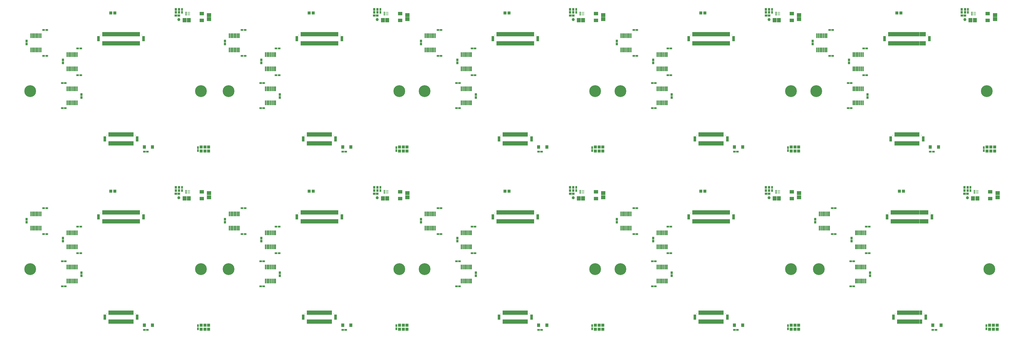
<source format=gbs>
%MOIN*%
%OFA0B0*%
%FSLAX23Y23*%
%IPPOS*%
%LPD*%
%ADD19C,0.04737*%
%ADD20R,0.039499999999999993X0.03162*%
%ADD21C,0.008*%
%ADD22C,0.18517*%
%ADD46R,0.01981X0.07099*%
%ADD47R,0.039499999999999993X0.078869999999999982*%
%ADD48R,0.06706X0.05918*%
%ADD49R,0.06706X0.05524*%
%ADD50R,0.03556X0.039499999999999993*%
%ADD51R,0.03931X0.00781*%
%ADD52R,0.02762X0.01384*%
%ADD53R,0.04737X0.04737*%
%ADD54R,0.0454X0.05603*%
%ADD55R,0.022X0.074*%
%ADD56R,0.04737X0.04737*%
%ADD57R,0.05918X0.06706*%
%ADD58R,0.03162X0.039499999999999993*%
%ADD59R,0.039499999999999993X0.03556*%
%ADD70C,0.04737*%
%ADD71R,0.039499999999999993X0.03162*%
%ADD72C,0.008*%
%ADD73C,0.18517*%
%ADD74R,0.01981X0.07099*%
%ADD75R,0.039499999999999993X0.078869999999999982*%
%ADD76R,0.06706X0.05918*%
%ADD77R,0.06706X0.05524*%
%ADD78R,0.03556X0.039499999999999993*%
%ADD79R,0.03931X0.00781*%
%ADD80R,0.02762X0.01384*%
%ADD81R,0.04737X0.04737*%
%ADD82R,0.0454X0.05603*%
%ADD83R,0.022X0.074*%
%ADD84R,0.04737X0.04737*%
%ADD85R,0.05918X0.06706*%
%ADD86R,0.03162X0.039499999999999993*%
%ADD87R,0.039499999999999993X0.03556*%
%ADD88C,0.04737*%
%ADD89R,0.039499999999999993X0.03162*%
%ADD90C,0.008*%
%ADD91C,0.18517*%
%ADD92R,0.01981X0.07099*%
%ADD93R,0.039499999999999993X0.078869999999999982*%
%ADD94R,0.06706X0.05918*%
%ADD95R,0.06706X0.05524*%
%ADD96R,0.03556X0.039499999999999993*%
%ADD97R,0.03931X0.00781*%
%ADD98R,0.02762X0.01384*%
%ADD99R,0.04737X0.04737*%
%ADD100R,0.0454X0.05603*%
%ADD101R,0.022X0.074*%
%ADD102R,0.04737X0.04737*%
%ADD103R,0.05918X0.06706*%
%ADD104R,0.03162X0.039499999999999993*%
%ADD105R,0.039499999999999993X0.03556*%
%ADD106C,0.04737*%
%ADD107R,0.039499999999999993X0.03162*%
%ADD108C,0.008*%
%ADD109C,0.18517*%
%ADD110R,0.01981X0.07099*%
%ADD111R,0.039499999999999993X0.078869999999999982*%
%ADD112R,0.06706X0.05918*%
%ADD113R,0.06706X0.05524*%
%ADD114R,0.03556X0.039499999999999993*%
%ADD115R,0.03931X0.00781*%
%ADD116R,0.02762X0.01384*%
%ADD117R,0.04737X0.04737*%
%ADD118R,0.0454X0.05603*%
%ADD119R,0.022X0.074*%
%ADD120R,0.04737X0.04737*%
%ADD121R,0.05918X0.06706*%
%ADD122R,0.03162X0.039499999999999993*%
%ADD123R,0.039499999999999993X0.03556*%
%ADD124C,0.04737*%
%ADD125R,0.039499999999999993X0.03162*%
%ADD126C,0.008*%
%ADD127C,0.18517*%
%ADD128R,0.01981X0.07099*%
%ADD129R,0.039499999999999993X0.078869999999999982*%
%ADD130R,0.06706X0.05918*%
%ADD131R,0.06706X0.05524*%
%ADD132R,0.03556X0.039499999999999993*%
%ADD133R,0.03931X0.00781*%
%ADD134R,0.02762X0.01384*%
%ADD135R,0.04737X0.04737*%
%ADD136R,0.0454X0.05603*%
%ADD137R,0.022X0.074*%
%ADD138R,0.04737X0.04737*%
%ADD139R,0.05918X0.06706*%
%ADD140R,0.03162X0.039499999999999993*%
%ADD141R,0.039499999999999993X0.03556*%
%ADD142C,0.04737*%
%ADD143R,0.039499999999999993X0.03162*%
%ADD144C,0.008*%
%ADD145C,0.18517*%
%ADD146R,0.01981X0.07099*%
%ADD147R,0.039499999999999993X0.078869999999999982*%
%ADD148R,0.06706X0.05918*%
%ADD149R,0.06706X0.05524*%
%ADD150R,0.03556X0.039499999999999993*%
%ADD151R,0.03931X0.00781*%
%ADD152R,0.02762X0.01384*%
%ADD153R,0.04737X0.04737*%
%ADD154R,0.0454X0.05603*%
%ADD155R,0.022X0.074*%
%ADD156R,0.04737X0.04737*%
%ADD157R,0.05918X0.06706*%
%ADD158R,0.03162X0.039499999999999993*%
%ADD159R,0.039499999999999993X0.03556*%
%ADD160C,0.04737*%
%ADD161R,0.039499999999999993X0.03162*%
%ADD162C,0.008*%
%ADD163C,0.18517*%
%ADD164R,0.01981X0.07099*%
%ADD165R,0.039499999999999993X0.078869999999999982*%
%ADD166R,0.06706X0.05918*%
%ADD167R,0.06706X0.05524*%
%ADD168R,0.03556X0.039499999999999993*%
%ADD169R,0.03931X0.00781*%
%ADD170R,0.02762X0.01384*%
%ADD171R,0.04737X0.04737*%
%ADD172R,0.0454X0.05603*%
%ADD173R,0.022X0.074*%
%ADD174R,0.04737X0.04737*%
%ADD175R,0.05918X0.06706*%
%ADD176R,0.03162X0.039499999999999993*%
%ADD177R,0.039499999999999993X0.03556*%
%ADD178C,0.04737*%
%ADD179R,0.039499999999999993X0.03162*%
%ADD180C,0.008*%
%ADD181C,0.18517*%
%ADD182R,0.01981X0.07099*%
%ADD183R,0.039499999999999993X0.078869999999999982*%
%ADD184R,0.06706X0.05918*%
%ADD185R,0.06706X0.05524*%
%ADD186R,0.03556X0.039499999999999993*%
%ADD187R,0.03931X0.00781*%
%ADD188R,0.02762X0.01384*%
%ADD189R,0.04737X0.04737*%
%ADD190R,0.0454X0.05603*%
%ADD191R,0.022X0.074*%
%ADD192R,0.04737X0.04737*%
%ADD193R,0.05918X0.06706*%
%ADD194R,0.03162X0.039499999999999993*%
%ADD195R,0.039499999999999993X0.03556*%
%ADD196C,0.04737*%
%ADD197R,0.039499999999999993X0.03162*%
%ADD198C,0.008*%
%ADD199C,0.18517*%
%ADD200R,0.01981X0.07099*%
%ADD201R,0.039499999999999993X0.078869999999999982*%
%ADD202R,0.06706X0.05918*%
%ADD203R,0.06706X0.05524*%
%ADD204R,0.03556X0.039499999999999993*%
%ADD205R,0.03931X0.00781*%
%ADD206R,0.02762X0.01384*%
%ADD207R,0.04737X0.04737*%
%ADD208R,0.0454X0.05603*%
%ADD209R,0.022X0.074*%
%ADD210R,0.04737X0.04737*%
%ADD211R,0.05918X0.06706*%
%ADD212R,0.03162X0.039499999999999993*%
%ADD213R,0.039499999999999993X0.03556*%
%ADD214C,0.04737*%
%ADD215R,0.039499999999999993X0.03162*%
%ADD216C,0.008*%
%ADD217C,0.18517*%
%ADD218R,0.01981X0.07099*%
%ADD219R,0.039499999999999993X0.078869999999999982*%
%ADD220R,0.06706X0.05918*%
%ADD221R,0.06706X0.05524*%
%ADD222R,0.03556X0.039499999999999993*%
%ADD223R,0.03931X0.00781*%
%ADD224R,0.02762X0.01384*%
%ADD225R,0.04737X0.04737*%
%ADD226R,0.0454X0.05603*%
%ADD227R,0.022X0.074*%
%ADD228R,0.04737X0.04737*%
%ADD229R,0.05918X0.06706*%
%ADD230R,0.03162X0.039499999999999993*%
%ADD231R,0.039499999999999993X0.03556*%
G54D19*
X01811Y01141D02*
X02947Y02956D03*
G54D20*
X02452Y00882D03*
X02405Y00882D03*
X01408Y02085D03*
X01360Y02085D03*
X00874Y02386D03*
X00827Y02386D03*
X01118Y01566D03*
X01165Y01566D03*
X01118Y01961D03*
X01165Y01961D03*
X01408Y02502D03*
X01360Y02502D03*
X00874Y02793D03*
X00827Y02793D03*
G54D21*
X02366Y02715D03*
X01713Y02715D03*
X01811Y01141D03*
X02267Y01141D03*
G54D22*
X00617Y01835D03*
X03291Y01835D03*
G54D46*
X02324Y02727D03*
X02305Y02727D03*
X02285Y02727D03*
X02265Y02727D03*
X02246Y02727D03*
X02226Y02727D03*
X02206Y02727D03*
X02186Y02727D03*
X02127Y02727D03*
X02108Y02727D03*
X02088Y02727D03*
X02068Y02727D03*
X02049Y02727D03*
X02029Y02727D03*
X01970Y02727D03*
X01950Y02727D03*
X01931Y02727D03*
X01911Y02727D03*
X01891Y02727D03*
X01872Y02727D03*
X01852Y02727D03*
X01832Y02727D03*
X01812Y02727D03*
X01794Y02727D03*
X01774Y02727D03*
X02324Y02585D03*
X02305Y02585D03*
X02285Y02585D03*
X02265Y02585D03*
X02246Y02585D03*
X02226Y02585D03*
X02206Y02585D03*
X02186Y02585D03*
X02167Y02585D03*
X02147Y02585D03*
X02127Y02585D03*
X02108Y02585D03*
X02088Y02585D03*
X02068Y02585D03*
X02049Y02585D03*
X02029Y02585D03*
X02009Y02585D03*
X01990Y02585D03*
X01970Y02585D03*
X01950Y02585D03*
X01931Y02585D03*
X01911Y02585D03*
X01891Y02585D03*
X01872Y02585D03*
X01852Y02585D03*
X01832Y02585D03*
X01812Y02585D03*
X01794Y02585D03*
X01774Y02585D03*
X01754Y02585D03*
X01754Y02727D03*
X02167Y02727D03*
X02147Y02727D03*
X02009Y02727D03*
X01990Y02727D03*
X01852Y01152D03*
X01852Y01012D03*
X01872Y01012D03*
X01891Y01012D03*
X01911Y01012D03*
X01931Y01012D03*
X01950Y01012D03*
X01970Y01012D03*
X01990Y01012D03*
X02009Y01012D03*
X02029Y01012D03*
X02049Y01012D03*
X02068Y01012D03*
X02088Y01012D03*
X02108Y01012D03*
X02127Y01012D03*
X02147Y01012D03*
X02167Y01012D03*
X02186Y01012D03*
X02206Y01012D03*
X02226Y01012D03*
X01872Y01152D03*
X01891Y01152D03*
X01911Y01152D03*
X01931Y01152D03*
X01950Y01152D03*
X01970Y01152D03*
X01990Y01152D03*
X02009Y01152D03*
X02029Y01152D03*
X02049Y01152D03*
X02068Y01152D03*
X02088Y01152D03*
X02108Y01152D03*
X02127Y01152D03*
X02147Y01152D03*
X02167Y01152D03*
X02186Y01152D03*
X02206Y01152D03*
X02226Y01152D03*
G54D47*
X01687Y02656D03*
X02391Y02656D03*
X02293Y01082D03*
X01786Y01082D03*
G54D48*
X03418Y03029D03*
X03418Y02962D03*
G54D49*
X03304Y02943D03*
X03304Y03049D03*
G54D50*
X02899Y03071D03*
X02899Y03118D03*
X01420Y01732D03*
X01420Y01779D03*
X01130Y02277D03*
X01130Y02324D03*
X00560Y02574D03*
X00560Y02621D03*
X02949Y03071D03*
X02949Y03118D03*
G54D51*
X03101Y03031D03*
X03101Y03051D03*
X03101Y03071D03*
G54D52*
X03058Y03071D03*
X03058Y03051D03*
X03058Y03031D03*
G54D53*
X03412Y00893D03*
X03412Y00956D03*
X03354Y00956D03*
X03354Y00893D03*
X03294Y00956D03*
X03294Y00893D03*
G54D54*
X02533Y00957D03*
X02404Y00957D03*
G54D55*
X01196Y01871D03*
X01221Y01871D03*
X01247Y01871D03*
X01272Y01871D03*
X01298Y01871D03*
X01323Y01871D03*
X01348Y01871D03*
X01348Y01649D03*
X01323Y01649D03*
X01298Y01649D03*
X01272Y01649D03*
X01247Y01649D03*
X01221Y01649D03*
X01196Y01649D03*
X01348Y02407D03*
X01323Y02407D03*
X01298Y02407D03*
X01272Y02407D03*
X01247Y02407D03*
X01221Y02407D03*
X01196Y02407D03*
X01196Y02185D03*
X01221Y02185D03*
X01247Y02185D03*
X01272Y02185D03*
X01298Y02185D03*
X01323Y02185D03*
X01348Y02185D03*
X00781Y02702D03*
X00756Y02702D03*
X00730Y02702D03*
X00704Y02702D03*
X00679Y02702D03*
X00654Y02702D03*
X00628Y02702D03*
X00628Y02480D03*
X00654Y02480D03*
X00679Y02480D03*
X00704Y02480D03*
X00730Y02480D03*
X00756Y02480D03*
X00781Y02480D03*
G54D56*
X01879Y03059D03*
X01942Y03059D03*
G54D57*
X03102Y02946D03*
X03035Y02946D03*
G54D58*
X02994Y03118D03*
X02994Y03071D03*
X03244Y00948D03*
X03244Y00900D03*
G54D59*
X02900Y03021D03*
X02947Y03021D03*
G04 next file*
D70*
X01811Y03937D02*
X02947Y05752D03*
D71*
X02452Y03678D03*
X02405Y03678D03*
X01408Y04881D03*
X01360Y04881D03*
X00874Y05182D03*
X00827Y05182D03*
X01118Y04362D03*
X01165Y04362D03*
X01118Y04757D03*
X01165Y04757D03*
X01408Y05298D03*
X01360Y05298D03*
X00874Y05590D03*
X00827Y05590D03*
D72*
X02366Y05511D03*
X01713Y05511D03*
X01811Y03937D03*
X02267Y03937D03*
D73*
X00617Y04631D03*
X03291Y04631D03*
D74*
X02324Y05522D03*
X02305Y05522D03*
X02285Y05522D03*
X02265Y05522D03*
X02246Y05522D03*
X02226Y05522D03*
X02206Y05522D03*
X02186Y05522D03*
X02127Y05522D03*
X02108Y05522D03*
X02088Y05522D03*
X02068Y05522D03*
X02049Y05522D03*
X02029Y05522D03*
X01970Y05522D03*
X01950Y05522D03*
X01931Y05522D03*
X01911Y05522D03*
X01891Y05522D03*
X01872Y05522D03*
X01852Y05522D03*
X01832Y05522D03*
X01812Y05522D03*
X01794Y05522D03*
X01774Y05522D03*
X02324Y05381D03*
X02305Y05381D03*
X02285Y05381D03*
X02265Y05381D03*
X02246Y05381D03*
X02226Y05381D03*
X02206Y05381D03*
X02186Y05381D03*
X02167Y05381D03*
X02147Y05381D03*
X02127Y05381D03*
X02108Y05381D03*
X02088Y05381D03*
X02068Y05381D03*
X02049Y05381D03*
X02029Y05381D03*
X02009Y05381D03*
X01990Y05381D03*
X01970Y05381D03*
X01950Y05381D03*
X01931Y05381D03*
X01911Y05381D03*
X01891Y05381D03*
X01872Y05381D03*
X01852Y05381D03*
X01832Y05381D03*
X01812Y05381D03*
X01794Y05381D03*
X01774Y05381D03*
X01754Y05381D03*
X01754Y05522D03*
X02167Y05522D03*
X02147Y05522D03*
X02009Y05522D03*
X01990Y05522D03*
X01852Y03948D03*
X01852Y03808D03*
X01872Y03808D03*
X01891Y03808D03*
X01911Y03808D03*
X01931Y03808D03*
X01950Y03808D03*
X01970Y03808D03*
X01990Y03808D03*
X02009Y03808D03*
X02029Y03808D03*
X02049Y03808D03*
X02068Y03808D03*
X02088Y03808D03*
X02108Y03808D03*
X02127Y03808D03*
X02147Y03808D03*
X02167Y03808D03*
X02186Y03808D03*
X02206Y03808D03*
X02226Y03808D03*
X01872Y03948D03*
X01891Y03948D03*
X01911Y03948D03*
X01931Y03948D03*
X01950Y03948D03*
X01970Y03948D03*
X01990Y03948D03*
X02009Y03948D03*
X02029Y03948D03*
X02049Y03948D03*
X02068Y03948D03*
X02088Y03948D03*
X02108Y03948D03*
X02127Y03948D03*
X02147Y03948D03*
X02167Y03948D03*
X02186Y03948D03*
X02206Y03948D03*
X02226Y03948D03*
D75*
X01687Y05452D03*
X02391Y05452D03*
X02293Y03878D03*
X01786Y03878D03*
D76*
X03418Y05824D03*
X03418Y05758D03*
D77*
X03304Y05739D03*
X03304Y05845D03*
D78*
X02899Y05867D03*
X02899Y05914D03*
X01420Y04528D03*
X01420Y04575D03*
X01130Y05073D03*
X01130Y05120D03*
X00560Y05370D03*
X00560Y05417D03*
X02949Y05867D03*
X02949Y05914D03*
D79*
X03101Y05827D03*
X03101Y05847D03*
X03101Y05867D03*
D80*
X03058Y05867D03*
X03058Y05847D03*
X03058Y05827D03*
D81*
X03412Y03689D03*
X03412Y03752D03*
X03354Y03752D03*
X03354Y03689D03*
X03294Y03752D03*
X03294Y03689D03*
D82*
X02533Y03753D03*
X02404Y03753D03*
D83*
X01196Y04667D03*
X01221Y04667D03*
X01247Y04667D03*
X01272Y04667D03*
X01298Y04667D03*
X01323Y04667D03*
X01348Y04667D03*
X01348Y04445D03*
X01323Y04445D03*
X01298Y04445D03*
X01272Y04445D03*
X01247Y04445D03*
X01221Y04445D03*
X01196Y04445D03*
X01348Y05203D03*
X01323Y05203D03*
X01298Y05203D03*
X01272Y05203D03*
X01247Y05203D03*
X01221Y05203D03*
X01196Y05203D03*
X01196Y04981D03*
X01221Y04981D03*
X01247Y04981D03*
X01272Y04981D03*
X01298Y04981D03*
X01323Y04981D03*
X01348Y04981D03*
X00781Y05498D03*
X00756Y05498D03*
X00730Y05498D03*
X00704Y05498D03*
X00679Y05498D03*
X00654Y05498D03*
X00628Y05498D03*
X00628Y05275D03*
X00654Y05275D03*
X00679Y05275D03*
X00704Y05275D03*
X00730Y05275D03*
X00756Y05275D03*
X00781Y05275D03*
D84*
X01879Y05855D03*
X01942Y05855D03*
D85*
X03102Y05742D03*
X03035Y05742D03*
D86*
X02994Y05914D03*
X02994Y05867D03*
X03244Y03744D03*
X03244Y03696D03*
D87*
X02900Y05817D03*
X02947Y05817D03*
G04 next file*
D88*
X04921Y03937D02*
X06057Y05752D03*
D89*
X05562Y03678D03*
X05515Y03678D03*
X04518Y04881D03*
X04470Y04881D03*
X03984Y05182D03*
X03937Y05182D03*
X04228Y04362D03*
X04275Y04362D03*
X04228Y04757D03*
X04275Y04757D03*
X04518Y05298D03*
X04470Y05298D03*
X03984Y05590D03*
X03937Y05590D03*
D90*
X05476Y05511D03*
X04823Y05511D03*
X04921Y03937D03*
X05377Y03937D03*
D91*
X03727Y04631D03*
X06401Y04631D03*
D92*
X05434Y05522D03*
X05415Y05522D03*
X05395Y05522D03*
X05375Y05522D03*
X05356Y05522D03*
X05336Y05522D03*
X05316Y05522D03*
X05295Y05522D03*
X05237Y05522D03*
X05218Y05522D03*
X05198Y05522D03*
X05178Y05522D03*
X05158Y05522D03*
X05139Y05522D03*
X05079Y05522D03*
X05060Y05522D03*
X05041Y05522D03*
X05021Y05522D03*
X05001Y05522D03*
X04982Y05522D03*
X04962Y05522D03*
X04942Y05522D03*
X04922Y05522D03*
X04904Y05522D03*
X04884Y05522D03*
X05434Y05381D03*
X05415Y05381D03*
X05395Y05381D03*
X05375Y05381D03*
X05356Y05381D03*
X05336Y05381D03*
X05316Y05381D03*
X05295Y05381D03*
X05277Y05381D03*
X05257Y05381D03*
X05237Y05381D03*
X05218Y05381D03*
X05198Y05381D03*
X05178Y05381D03*
X05158Y05381D03*
X05139Y05381D03*
X05119Y05381D03*
X05100Y05381D03*
X05079Y05381D03*
X05060Y05381D03*
X05041Y05381D03*
X05021Y05381D03*
X05001Y05381D03*
X04982Y05381D03*
X04962Y05381D03*
X04942Y05381D03*
X04922Y05381D03*
X04904Y05381D03*
X04884Y05381D03*
X04864Y05381D03*
X04864Y05522D03*
X05277Y05522D03*
X05257Y05522D03*
X05119Y05522D03*
X05100Y05522D03*
X04962Y03948D03*
X04962Y03808D03*
X04982Y03808D03*
X05001Y03808D03*
X05021Y03808D03*
X05041Y03808D03*
X05060Y03808D03*
X05079Y03808D03*
X05100Y03808D03*
X05119Y03808D03*
X05139Y03808D03*
X05158Y03808D03*
X05178Y03808D03*
X05198Y03808D03*
X05218Y03808D03*
X05237Y03808D03*
X05257Y03808D03*
X05277Y03808D03*
X05295Y03808D03*
X05316Y03808D03*
X05336Y03808D03*
X04982Y03948D03*
X05001Y03948D03*
X05021Y03948D03*
X05041Y03948D03*
X05060Y03948D03*
X05079Y03948D03*
X05100Y03948D03*
X05119Y03948D03*
X05139Y03948D03*
X05158Y03948D03*
X05178Y03948D03*
X05198Y03948D03*
X05218Y03948D03*
X05237Y03948D03*
X05257Y03948D03*
X05277Y03948D03*
X05295Y03948D03*
X05316Y03948D03*
X05336Y03948D03*
D93*
X04797Y05452D03*
X05501Y05452D03*
X05402Y03878D03*
X04896Y03878D03*
D94*
X06528Y05824D03*
X06528Y05758D03*
D95*
X06414Y05739D03*
X06414Y05845D03*
D96*
X06009Y05867D03*
X06009Y05914D03*
X04530Y04528D03*
X04530Y04575D03*
X04240Y05073D03*
X04240Y05120D03*
X03670Y05370D03*
X03670Y05417D03*
X06059Y05867D03*
X06059Y05914D03*
D97*
X06211Y05827D03*
X06211Y05847D03*
X06211Y05867D03*
D98*
X06168Y05867D03*
X06168Y05847D03*
X06168Y05827D03*
D99*
X06521Y03689D03*
X06521Y03752D03*
X06464Y03752D03*
X06464Y03689D03*
X06404Y03752D03*
X06404Y03689D03*
D100*
X05643Y03753D03*
X05514Y03753D03*
D101*
X04306Y04667D03*
X04331Y04667D03*
X04357Y04667D03*
X04382Y04667D03*
X04408Y04667D03*
X04434Y04667D03*
X04459Y04667D03*
X04459Y04445D03*
X04434Y04445D03*
X04408Y04445D03*
X04382Y04445D03*
X04357Y04445D03*
X04331Y04445D03*
X04306Y04445D03*
X04459Y05203D03*
X04434Y05203D03*
X04408Y05203D03*
X04382Y05203D03*
X04357Y05203D03*
X04331Y05203D03*
X04306Y05203D03*
X04306Y04981D03*
X04331Y04981D03*
X04357Y04981D03*
X04382Y04981D03*
X04408Y04981D03*
X04434Y04981D03*
X04459Y04981D03*
X03890Y05498D03*
X03866Y05498D03*
X03840Y05498D03*
X03815Y05498D03*
X03789Y05498D03*
X03764Y05498D03*
X03738Y05498D03*
X03738Y05275D03*
X03764Y05275D03*
X03789Y05275D03*
X03815Y05275D03*
X03840Y05275D03*
X03866Y05275D03*
X03890Y05275D03*
D102*
X04989Y05855D03*
X05052Y05855D03*
D103*
X06212Y05742D03*
X06145Y05742D03*
D104*
X06104Y05914D03*
X06104Y05867D03*
X06354Y03744D03*
X06354Y03696D03*
D105*
X06010Y05817D03*
X06057Y05817D03*
G04 next file*
D106*
X04921Y01141D02*
X06057Y02956D03*
D107*
X05562Y00882D03*
X05515Y00882D03*
X04518Y02085D03*
X04470Y02085D03*
X03984Y02386D03*
X03937Y02386D03*
X04228Y01566D03*
X04275Y01566D03*
X04228Y01961D03*
X04275Y01961D03*
X04518Y02502D03*
X04470Y02502D03*
X03984Y02793D03*
X03937Y02793D03*
D108*
X05476Y02715D03*
X04823Y02715D03*
X04921Y01141D03*
X05377Y01141D03*
D109*
X03727Y01835D03*
X06401Y01835D03*
D110*
X05434Y02727D03*
X05415Y02727D03*
X05395Y02727D03*
X05375Y02727D03*
X05356Y02727D03*
X05336Y02727D03*
X05316Y02727D03*
X05295Y02727D03*
X05237Y02727D03*
X05218Y02727D03*
X05198Y02727D03*
X05178Y02727D03*
X05158Y02727D03*
X05139Y02727D03*
X05079Y02727D03*
X05060Y02727D03*
X05041Y02727D03*
X05021Y02727D03*
X05001Y02727D03*
X04982Y02727D03*
X04962Y02727D03*
X04942Y02727D03*
X04922Y02727D03*
X04904Y02727D03*
X04884Y02727D03*
X05434Y02585D03*
X05415Y02585D03*
X05395Y02585D03*
X05375Y02585D03*
X05356Y02585D03*
X05336Y02585D03*
X05316Y02585D03*
X05295Y02585D03*
X05277Y02585D03*
X05257Y02585D03*
X05237Y02585D03*
X05218Y02585D03*
X05198Y02585D03*
X05178Y02585D03*
X05158Y02585D03*
X05139Y02585D03*
X05119Y02585D03*
X05100Y02585D03*
X05079Y02585D03*
X05060Y02585D03*
X05041Y02585D03*
X05021Y02585D03*
X05001Y02585D03*
X04982Y02585D03*
X04962Y02585D03*
X04942Y02585D03*
X04922Y02585D03*
X04904Y02585D03*
X04884Y02585D03*
X04864Y02585D03*
X04864Y02727D03*
X05277Y02727D03*
X05257Y02727D03*
X05119Y02727D03*
X05100Y02727D03*
X04962Y01152D03*
X04962Y01012D03*
X04982Y01012D03*
X05001Y01012D03*
X05021Y01012D03*
X05041Y01012D03*
X05060Y01012D03*
X05079Y01012D03*
X05100Y01012D03*
X05119Y01012D03*
X05139Y01012D03*
X05158Y01012D03*
X05178Y01012D03*
X05198Y01012D03*
X05218Y01012D03*
X05237Y01012D03*
X05257Y01012D03*
X05277Y01012D03*
X05295Y01012D03*
X05316Y01012D03*
X05336Y01012D03*
X04982Y01152D03*
X05001Y01152D03*
X05021Y01152D03*
X05041Y01152D03*
X05060Y01152D03*
X05079Y01152D03*
X05100Y01152D03*
X05119Y01152D03*
X05139Y01152D03*
X05158Y01152D03*
X05178Y01152D03*
X05198Y01152D03*
X05218Y01152D03*
X05237Y01152D03*
X05257Y01152D03*
X05277Y01152D03*
X05295Y01152D03*
X05316Y01152D03*
X05336Y01152D03*
D111*
X04797Y02656D03*
X05501Y02656D03*
X05402Y01082D03*
X04896Y01082D03*
D112*
X06528Y03029D03*
X06528Y02962D03*
D113*
X06414Y02943D03*
X06414Y03049D03*
D114*
X06009Y03071D03*
X06009Y03118D03*
X04530Y01732D03*
X04530Y01779D03*
X04240Y02277D03*
X04240Y02324D03*
X03670Y02574D03*
X03670Y02621D03*
X06059Y03071D03*
X06059Y03118D03*
D115*
X06211Y03031D03*
X06211Y03051D03*
X06211Y03071D03*
D116*
X06168Y03071D03*
X06168Y03051D03*
X06168Y03031D03*
D117*
X06521Y00893D03*
X06521Y00956D03*
X06464Y00956D03*
X06464Y00893D03*
X06404Y00956D03*
X06404Y00893D03*
D118*
X05643Y00957D03*
X05514Y00957D03*
D119*
X04306Y01871D03*
X04331Y01871D03*
X04357Y01871D03*
X04382Y01871D03*
X04408Y01871D03*
X04434Y01871D03*
X04459Y01871D03*
X04459Y01649D03*
X04434Y01649D03*
X04408Y01649D03*
X04382Y01649D03*
X04357Y01649D03*
X04331Y01649D03*
X04306Y01649D03*
X04459Y02407D03*
X04434Y02407D03*
X04408Y02407D03*
X04382Y02407D03*
X04357Y02407D03*
X04331Y02407D03*
X04306Y02407D03*
X04306Y02185D03*
X04331Y02185D03*
X04357Y02185D03*
X04382Y02185D03*
X04408Y02185D03*
X04434Y02185D03*
X04459Y02185D03*
X03890Y02702D03*
X03866Y02702D03*
X03840Y02702D03*
X03815Y02702D03*
X03789Y02702D03*
X03764Y02702D03*
X03738Y02702D03*
X03738Y02480D03*
X03764Y02480D03*
X03789Y02480D03*
X03815Y02480D03*
X03840Y02480D03*
X03866Y02480D03*
X03890Y02480D03*
D120*
X04989Y03059D03*
X05052Y03059D03*
D121*
X06212Y02946D03*
X06145Y02946D03*
D122*
X06104Y03118D03*
X06104Y03071D03*
X06354Y00948D03*
X06354Y00900D03*
D123*
X06010Y03021D03*
X06057Y03021D03*
G04 next file*
D124*
X07992Y03937D02*
X09128Y05752D03*
D125*
X08633Y03678D03*
X08586Y03678D03*
X07589Y04881D03*
X07541Y04881D03*
X07055Y05182D03*
X07008Y05182D03*
X07299Y04362D03*
X07345Y04362D03*
X07299Y04757D03*
X07345Y04757D03*
X07589Y05298D03*
X07541Y05298D03*
X07055Y05590D03*
X07008Y05590D03*
D126*
X08547Y05511D03*
X07894Y05511D03*
X07992Y03937D03*
X08448Y03937D03*
D127*
X06798Y04631D03*
X09472Y04631D03*
D128*
X08505Y05522D03*
X08486Y05522D03*
X08466Y05522D03*
X08446Y05522D03*
X08427Y05522D03*
X08407Y05522D03*
X08387Y05522D03*
X08367Y05522D03*
X08308Y05522D03*
X08289Y05522D03*
X08269Y05522D03*
X08249Y05522D03*
X08230Y05522D03*
X08210Y05522D03*
X08151Y05522D03*
X08131Y05522D03*
X08112Y05522D03*
X08092Y05522D03*
X08071Y05522D03*
X08053Y05522D03*
X08032Y05522D03*
X08013Y05522D03*
X07993Y05522D03*
X07975Y05522D03*
X07955Y05522D03*
X08505Y05381D03*
X08486Y05381D03*
X08466Y05381D03*
X08446Y05381D03*
X08427Y05381D03*
X08407Y05381D03*
X08387Y05381D03*
X08367Y05381D03*
X08348Y05381D03*
X08328Y05381D03*
X08308Y05381D03*
X08289Y05381D03*
X08269Y05381D03*
X08249Y05381D03*
X08230Y05381D03*
X08210Y05381D03*
X08189Y05381D03*
X08170Y05381D03*
X08151Y05381D03*
X08131Y05381D03*
X08112Y05381D03*
X08092Y05381D03*
X08071Y05381D03*
X08053Y05381D03*
X08032Y05381D03*
X08013Y05381D03*
X07993Y05381D03*
X07975Y05381D03*
X07955Y05381D03*
X07935Y05381D03*
X07935Y05522D03*
X08348Y05522D03*
X08328Y05522D03*
X08189Y05522D03*
X08170Y05522D03*
X08032Y03948D03*
X08032Y03808D03*
X08053Y03808D03*
X08071Y03808D03*
X08092Y03808D03*
X08112Y03808D03*
X08131Y03808D03*
X08151Y03808D03*
X08170Y03808D03*
X08189Y03808D03*
X08210Y03808D03*
X08230Y03808D03*
X08249Y03808D03*
X08269Y03808D03*
X08289Y03808D03*
X08308Y03808D03*
X08328Y03808D03*
X08348Y03808D03*
X08367Y03808D03*
X08387Y03808D03*
X08407Y03808D03*
X08053Y03948D03*
X08071Y03948D03*
X08092Y03948D03*
X08112Y03948D03*
X08131Y03948D03*
X08151Y03948D03*
X08170Y03948D03*
X08189Y03948D03*
X08210Y03948D03*
X08230Y03948D03*
X08249Y03948D03*
X08269Y03948D03*
X08289Y03948D03*
X08308Y03948D03*
X08328Y03948D03*
X08348Y03948D03*
X08367Y03948D03*
X08387Y03948D03*
X08407Y03948D03*
D129*
X07868Y05452D03*
X08572Y05452D03*
X08474Y03878D03*
X07967Y03878D03*
D130*
X09600Y05824D03*
X09600Y05758D03*
D131*
X09485Y05739D03*
X09485Y05845D03*
D132*
X09080Y05867D03*
X09080Y05914D03*
X07601Y04528D03*
X07601Y04575D03*
X07311Y05073D03*
X07311Y05120D03*
X06741Y05370D03*
X06741Y05417D03*
X09130Y05867D03*
X09130Y05914D03*
D133*
X09282Y05827D03*
X09282Y05847D03*
X09282Y05867D03*
D134*
X09239Y05867D03*
X09239Y05847D03*
X09239Y05827D03*
D135*
X09593Y03689D03*
X09593Y03752D03*
X09535Y03752D03*
X09535Y03689D03*
X09475Y03752D03*
X09475Y03689D03*
D136*
X08714Y03753D03*
X08585Y03753D03*
D137*
X07376Y04667D03*
X07402Y04667D03*
X07428Y04667D03*
X07453Y04667D03*
X07479Y04667D03*
X07505Y04667D03*
X07530Y04667D03*
X07530Y04445D03*
X07505Y04445D03*
X07479Y04445D03*
X07453Y04445D03*
X07428Y04445D03*
X07402Y04445D03*
X07376Y04445D03*
X07530Y05203D03*
X07505Y05203D03*
X07479Y05203D03*
X07453Y05203D03*
X07428Y05203D03*
X07402Y05203D03*
X07376Y05203D03*
X07376Y04981D03*
X07402Y04981D03*
X07428Y04981D03*
X07453Y04981D03*
X07479Y04981D03*
X07505Y04981D03*
X07530Y04981D03*
X06962Y05498D03*
X06937Y05498D03*
X06911Y05498D03*
X06885Y05498D03*
X06860Y05498D03*
X06835Y05498D03*
X06809Y05498D03*
X06809Y05275D03*
X06835Y05275D03*
X06860Y05275D03*
X06885Y05275D03*
X06911Y05275D03*
X06937Y05275D03*
X06962Y05275D03*
D138*
X08060Y05855D03*
X08122Y05855D03*
D139*
X09283Y05742D03*
X09216Y05742D03*
D140*
X09175Y05914D03*
X09175Y05867D03*
X09425Y03744D03*
X09425Y03696D03*
D141*
X09081Y05817D03*
X09128Y05817D03*
G04 next file*
D142*
X11062Y03937D02*
X12198Y05752D03*
D143*
X11703Y03678D03*
X11656Y03678D03*
X10659Y04881D03*
X10611Y04881D03*
X10125Y05182D03*
X10078Y05182D03*
X10369Y04362D03*
X10416Y04362D03*
X10369Y04757D03*
X10416Y04757D03*
X10659Y05298D03*
X10611Y05298D03*
X10125Y05590D03*
X10078Y05590D03*
D144*
X11617Y05511D03*
X10964Y05511D03*
X11062Y03937D03*
X11518Y03937D03*
D145*
X09868Y04631D03*
X12542Y04631D03*
D146*
X11574Y05522D03*
X11556Y05522D03*
X11536Y05522D03*
X11516Y05522D03*
X11497Y05522D03*
X11477Y05522D03*
X11456Y05522D03*
X11437Y05522D03*
X11378Y05522D03*
X11359Y05522D03*
X11339Y05522D03*
X11319Y05522D03*
X11300Y05522D03*
X11279Y05522D03*
X11221Y05522D03*
X11201Y05522D03*
X11182Y05522D03*
X11161Y05522D03*
X11142Y05522D03*
X11123Y05522D03*
X11103Y05522D03*
X11083Y05522D03*
X11063Y05522D03*
X11045Y05522D03*
X11024Y05522D03*
X11574Y05381D03*
X11556Y05381D03*
X11536Y05381D03*
X11516Y05381D03*
X11497Y05381D03*
X11477Y05381D03*
X11456Y05381D03*
X11437Y05381D03*
X11418Y05381D03*
X11398Y05381D03*
X11378Y05381D03*
X11359Y05381D03*
X11339Y05381D03*
X11319Y05381D03*
X11300Y05381D03*
X11279Y05381D03*
X11260Y05381D03*
X11241Y05381D03*
X11221Y05381D03*
X11201Y05381D03*
X11182Y05381D03*
X11161Y05381D03*
X11142Y05381D03*
X11123Y05381D03*
X11103Y05381D03*
X11083Y05381D03*
X11063Y05381D03*
X11045Y05381D03*
X11024Y05381D03*
X11005Y05381D03*
X11005Y05522D03*
X11418Y05522D03*
X11398Y05522D03*
X11260Y05522D03*
X11241Y05522D03*
X11103Y03948D03*
X11103Y03808D03*
X11123Y03808D03*
X11142Y03808D03*
X11161Y03808D03*
X11182Y03808D03*
X11201Y03808D03*
X11221Y03808D03*
X11241Y03808D03*
X11260Y03808D03*
X11279Y03808D03*
X11300Y03808D03*
X11319Y03808D03*
X11339Y03808D03*
X11359Y03808D03*
X11378Y03808D03*
X11398Y03808D03*
X11418Y03808D03*
X11437Y03808D03*
X11456Y03808D03*
X11477Y03808D03*
X11123Y03948D03*
X11142Y03948D03*
X11161Y03948D03*
X11182Y03948D03*
X11201Y03948D03*
X11221Y03948D03*
X11241Y03948D03*
X11260Y03948D03*
X11279Y03948D03*
X11300Y03948D03*
X11319Y03948D03*
X11339Y03948D03*
X11359Y03948D03*
X11378Y03948D03*
X11398Y03948D03*
X11418Y03948D03*
X11437Y03948D03*
X11456Y03948D03*
X11477Y03948D03*
D147*
X10938Y05452D03*
X11642Y05452D03*
X11544Y03878D03*
X11037Y03878D03*
D148*
X12670Y05824D03*
X12670Y05758D03*
D149*
X12555Y05739D03*
X12555Y05845D03*
D150*
X12150Y05867D03*
X12150Y05914D03*
X10671Y04528D03*
X10671Y04575D03*
X10381Y05073D03*
X10381Y05120D03*
X09811Y05370D03*
X09811Y05417D03*
X12199Y05867D03*
X12199Y05914D03*
D151*
X12352Y05827D03*
X12352Y05847D03*
X12352Y05867D03*
D152*
X12309Y05867D03*
X12309Y05847D03*
X12309Y05827D03*
D153*
X12663Y03689D03*
X12663Y03752D03*
X12605Y03752D03*
X12605Y03689D03*
X12545Y03752D03*
X12545Y03689D03*
D154*
X11784Y03753D03*
X11655Y03753D03*
D155*
X10447Y04667D03*
X10472Y04667D03*
X10498Y04667D03*
X10523Y04667D03*
X10549Y04667D03*
X10575Y04667D03*
X10599Y04667D03*
X10599Y04445D03*
X10575Y04445D03*
X10549Y04445D03*
X10523Y04445D03*
X10498Y04445D03*
X10472Y04445D03*
X10447Y04445D03*
X10599Y05203D03*
X10575Y05203D03*
X10549Y05203D03*
X10523Y05203D03*
X10498Y05203D03*
X10472Y05203D03*
X10447Y05203D03*
X10447Y04981D03*
X10472Y04981D03*
X10498Y04981D03*
X10523Y04981D03*
X10549Y04981D03*
X10575Y04981D03*
X10599Y04981D03*
X10032Y05498D03*
X10007Y05498D03*
X09981Y05498D03*
X09956Y05498D03*
X09930Y05498D03*
X09905Y05498D03*
X09879Y05498D03*
X09879Y05275D03*
X09905Y05275D03*
X09930Y05275D03*
X09956Y05275D03*
X09981Y05275D03*
X10007Y05275D03*
X10032Y05275D03*
D156*
X11130Y05855D03*
X11193Y05855D03*
D157*
X12353Y05742D03*
X12286Y05742D03*
D158*
X12245Y05914D03*
X12245Y05867D03*
X12495Y03744D03*
X12495Y03696D03*
D159*
X12151Y05817D03*
X12198Y05817D03*
G04 next file*
D160*
X14133Y03937D02*
X15268Y05752D03*
D161*
X14774Y03678D03*
X14727Y03678D03*
X13730Y04881D03*
X13682Y04881D03*
X13196Y05182D03*
X13149Y05182D03*
X13440Y04362D03*
X13487Y04362D03*
X13440Y04757D03*
X13487Y04757D03*
X13730Y05298D03*
X13682Y05298D03*
X13196Y05590D03*
X13149Y05590D03*
D162*
X14688Y05511D03*
X14035Y05511D03*
X14133Y03937D03*
X14588Y03937D03*
D163*
X12939Y04631D03*
X15612Y04631D03*
D164*
X14646Y05522D03*
X14627Y05522D03*
X14607Y05522D03*
X14587Y05522D03*
X14568Y05522D03*
X14547Y05522D03*
X14528Y05522D03*
X14508Y05522D03*
X14449Y05522D03*
X14430Y05522D03*
X14410Y05522D03*
X14390Y05522D03*
X14371Y05522D03*
X14351Y05522D03*
X14292Y05522D03*
X14272Y05522D03*
X14253Y05522D03*
X14233Y05522D03*
X14213Y05522D03*
X14194Y05522D03*
X14174Y05522D03*
X14154Y05522D03*
X14134Y05522D03*
X14115Y05522D03*
X14096Y05522D03*
X14646Y05381D03*
X14627Y05381D03*
X14607Y05381D03*
X14587Y05381D03*
X14568Y05381D03*
X14547Y05381D03*
X14528Y05381D03*
X14508Y05381D03*
X14489Y05381D03*
X14469Y05381D03*
X14449Y05381D03*
X14430Y05381D03*
X14410Y05381D03*
X14390Y05381D03*
X14371Y05381D03*
X14351Y05381D03*
X14331Y05381D03*
X14312Y05381D03*
X14292Y05381D03*
X14272Y05381D03*
X14253Y05381D03*
X14233Y05381D03*
X14213Y05381D03*
X14194Y05381D03*
X14174Y05381D03*
X14154Y05381D03*
X14134Y05381D03*
X14115Y05381D03*
X14096Y05381D03*
X14076Y05381D03*
X14076Y05522D03*
X14489Y05522D03*
X14469Y05522D03*
X14331Y05522D03*
X14312Y05522D03*
X14174Y03948D03*
X14174Y03808D03*
X14194Y03808D03*
X14213Y03808D03*
X14233Y03808D03*
X14253Y03808D03*
X14272Y03808D03*
X14292Y03808D03*
X14312Y03808D03*
X14331Y03808D03*
X14351Y03808D03*
X14371Y03808D03*
X14390Y03808D03*
X14410Y03808D03*
X14430Y03808D03*
X14449Y03808D03*
X14469Y03808D03*
X14489Y03808D03*
X14508Y03808D03*
X14528Y03808D03*
X14547Y03808D03*
X14194Y03948D03*
X14213Y03948D03*
X14233Y03948D03*
X14253Y03948D03*
X14272Y03948D03*
X14292Y03948D03*
X14312Y03948D03*
X14331Y03948D03*
X14351Y03948D03*
X14371Y03948D03*
X14390Y03948D03*
X14410Y03948D03*
X14430Y03948D03*
X14449Y03948D03*
X14469Y03948D03*
X14489Y03948D03*
X14508Y03948D03*
X14528Y03948D03*
X14547Y03948D03*
D165*
X14009Y05452D03*
X14713Y05452D03*
X14615Y03878D03*
X14107Y03878D03*
D166*
X15741Y05824D03*
X15741Y05758D03*
D167*
X15626Y05739D03*
X15626Y05845D03*
D168*
X15220Y05867D03*
X15220Y05914D03*
X13742Y04528D03*
X13742Y04575D03*
X13452Y05073D03*
X13452Y05120D03*
X12882Y05370D03*
X12882Y05417D03*
X15271Y05867D03*
X15271Y05914D03*
D169*
X15423Y05827D03*
X15423Y05847D03*
X15423Y05867D03*
D170*
X15380Y05867D03*
X15380Y05847D03*
X15380Y05827D03*
D171*
X15734Y03689D03*
X15734Y03752D03*
X15676Y03752D03*
X15676Y03689D03*
X15616Y03752D03*
X15616Y03689D03*
D172*
X14855Y03753D03*
X14726Y03753D03*
D173*
X13518Y04667D03*
X13543Y04667D03*
X13569Y04667D03*
X13593Y04667D03*
X13620Y04667D03*
X13646Y04667D03*
X13671Y04667D03*
X13671Y04445D03*
X13646Y04445D03*
X13620Y04445D03*
X13593Y04445D03*
X13569Y04445D03*
X13543Y04445D03*
X13518Y04445D03*
X13671Y05203D03*
X13646Y05203D03*
X13620Y05203D03*
X13593Y05203D03*
X13569Y05203D03*
X13543Y05203D03*
X13518Y05203D03*
X13518Y04981D03*
X13543Y04981D03*
X13569Y04981D03*
X13593Y04981D03*
X13620Y04981D03*
X13646Y04981D03*
X13671Y04981D03*
X13103Y05498D03*
X13078Y05498D03*
X13052Y05498D03*
X13027Y05498D03*
X13001Y05498D03*
X12976Y05498D03*
X12950Y05498D03*
X12950Y05275D03*
X12976Y05275D03*
X13001Y05275D03*
X13027Y05275D03*
X13052Y05275D03*
X13078Y05275D03*
X13103Y05275D03*
D174*
X14201Y05855D03*
X14264Y05855D03*
D175*
X15424Y05742D03*
X15357Y05742D03*
D176*
X15316Y05914D03*
X15316Y05867D03*
X15566Y03744D03*
X15566Y03696D03*
D177*
X15222Y05817D03*
X15268Y05817D03*
G04 next file*
D178*
X07992Y01141D02*
X09128Y02956D03*
D179*
X08633Y00882D03*
X08586Y00882D03*
X07589Y02085D03*
X07541Y02085D03*
X07055Y02386D03*
X07008Y02386D03*
X07299Y01566D03*
X07345Y01566D03*
X07299Y01961D03*
X07345Y01961D03*
X07589Y02502D03*
X07541Y02502D03*
X07055Y02793D03*
X07008Y02793D03*
D180*
X08547Y02715D03*
X07894Y02715D03*
X07992Y01141D03*
X08448Y01141D03*
D181*
X06798Y01835D03*
X09472Y01835D03*
D182*
X08505Y02727D03*
X08486Y02727D03*
X08466Y02727D03*
X08446Y02727D03*
X08427Y02727D03*
X08407Y02727D03*
X08387Y02727D03*
X08367Y02727D03*
X08308Y02727D03*
X08289Y02727D03*
X08269Y02727D03*
X08249Y02727D03*
X08230Y02727D03*
X08210Y02727D03*
X08151Y02727D03*
X08131Y02727D03*
X08112Y02727D03*
X08092Y02727D03*
X08071Y02727D03*
X08053Y02727D03*
X08032Y02727D03*
X08013Y02727D03*
X07993Y02727D03*
X07975Y02727D03*
X07955Y02727D03*
X08505Y02585D03*
X08486Y02585D03*
X08466Y02585D03*
X08446Y02585D03*
X08427Y02585D03*
X08407Y02585D03*
X08387Y02585D03*
X08367Y02585D03*
X08348Y02585D03*
X08328Y02585D03*
X08308Y02585D03*
X08289Y02585D03*
X08269Y02585D03*
X08249Y02585D03*
X08230Y02585D03*
X08210Y02585D03*
X08189Y02585D03*
X08170Y02585D03*
X08151Y02585D03*
X08131Y02585D03*
X08112Y02585D03*
X08092Y02585D03*
X08071Y02585D03*
X08053Y02585D03*
X08032Y02585D03*
X08013Y02585D03*
X07993Y02585D03*
X07975Y02585D03*
X07955Y02585D03*
X07935Y02585D03*
X07935Y02727D03*
X08348Y02727D03*
X08328Y02727D03*
X08189Y02727D03*
X08170Y02727D03*
X08032Y01152D03*
X08032Y01012D03*
X08053Y01012D03*
X08071Y01012D03*
X08092Y01012D03*
X08112Y01012D03*
X08131Y01012D03*
X08151Y01012D03*
X08170Y01012D03*
X08189Y01012D03*
X08210Y01012D03*
X08230Y01012D03*
X08249Y01012D03*
X08269Y01012D03*
X08289Y01012D03*
X08308Y01012D03*
X08328Y01012D03*
X08348Y01012D03*
X08367Y01012D03*
X08387Y01012D03*
X08407Y01012D03*
X08053Y01152D03*
X08071Y01152D03*
X08092Y01152D03*
X08112Y01152D03*
X08131Y01152D03*
X08151Y01152D03*
X08170Y01152D03*
X08189Y01152D03*
X08210Y01152D03*
X08230Y01152D03*
X08249Y01152D03*
X08269Y01152D03*
X08289Y01152D03*
X08308Y01152D03*
X08328Y01152D03*
X08348Y01152D03*
X08367Y01152D03*
X08387Y01152D03*
X08407Y01152D03*
D183*
X07868Y02656D03*
X08572Y02656D03*
X08474Y01082D03*
X07967Y01082D03*
D184*
X09600Y03029D03*
X09600Y02962D03*
D185*
X09485Y02943D03*
X09485Y03049D03*
D186*
X09080Y03071D03*
X09080Y03118D03*
X07601Y01732D03*
X07601Y01779D03*
X07311Y02277D03*
X07311Y02324D03*
X06741Y02574D03*
X06741Y02621D03*
X09130Y03071D03*
X09130Y03118D03*
D187*
X09282Y03031D03*
X09282Y03051D03*
X09282Y03071D03*
D188*
X09239Y03071D03*
X09239Y03051D03*
X09239Y03031D03*
D189*
X09593Y00893D03*
X09593Y00956D03*
X09535Y00956D03*
X09535Y00893D03*
X09475Y00956D03*
X09475Y00893D03*
D190*
X08714Y00957D03*
X08585Y00957D03*
D191*
X07376Y01871D03*
X07402Y01871D03*
X07428Y01871D03*
X07453Y01871D03*
X07479Y01871D03*
X07505Y01871D03*
X07530Y01871D03*
X07530Y01649D03*
X07505Y01649D03*
X07479Y01649D03*
X07453Y01649D03*
X07428Y01649D03*
X07402Y01649D03*
X07376Y01649D03*
X07530Y02407D03*
X07505Y02407D03*
X07479Y02407D03*
X07453Y02407D03*
X07428Y02407D03*
X07402Y02407D03*
X07376Y02407D03*
X07376Y02185D03*
X07402Y02185D03*
X07428Y02185D03*
X07453Y02185D03*
X07479Y02185D03*
X07505Y02185D03*
X07530Y02185D03*
X06962Y02702D03*
X06937Y02702D03*
X06911Y02702D03*
X06885Y02702D03*
X06860Y02702D03*
X06835Y02702D03*
X06809Y02702D03*
X06809Y02480D03*
X06835Y02480D03*
X06860Y02480D03*
X06885Y02480D03*
X06911Y02480D03*
X06937Y02480D03*
X06962Y02480D03*
D192*
X08060Y03059D03*
X08122Y03059D03*
D193*
X09283Y02946D03*
X09216Y02946D03*
D194*
X09175Y03118D03*
X09175Y03071D03*
X09425Y00948D03*
X09425Y00900D03*
D195*
X09081Y03021D03*
X09128Y03021D03*
G04 next file*
D196*
X11062Y01141D02*
X12198Y02956D03*
D197*
X11703Y00882D03*
X11656Y00882D03*
X10659Y02085D03*
X10611Y02085D03*
X10125Y02386D03*
X10078Y02386D03*
X10369Y01566D03*
X10416Y01566D03*
X10369Y01961D03*
X10416Y01961D03*
X10659Y02502D03*
X10611Y02502D03*
X10125Y02793D03*
X10078Y02793D03*
D198*
X11617Y02715D03*
X10964Y02715D03*
X11062Y01141D03*
X11518Y01141D03*
D199*
X09868Y01835D03*
X12542Y01835D03*
D200*
X11574Y02727D03*
X11556Y02727D03*
X11536Y02727D03*
X11516Y02727D03*
X11497Y02727D03*
X11477Y02727D03*
X11456Y02727D03*
X11437Y02727D03*
X11378Y02727D03*
X11359Y02727D03*
X11339Y02727D03*
X11319Y02727D03*
X11300Y02727D03*
X11279Y02727D03*
X11221Y02727D03*
X11201Y02727D03*
X11182Y02727D03*
X11161Y02727D03*
X11142Y02727D03*
X11123Y02727D03*
X11103Y02727D03*
X11083Y02727D03*
X11063Y02727D03*
X11045Y02727D03*
X11024Y02727D03*
X11574Y02585D03*
X11556Y02585D03*
X11536Y02585D03*
X11516Y02585D03*
X11497Y02585D03*
X11477Y02585D03*
X11456Y02585D03*
X11437Y02585D03*
X11418Y02585D03*
X11398Y02585D03*
X11378Y02585D03*
X11359Y02585D03*
X11339Y02585D03*
X11319Y02585D03*
X11300Y02585D03*
X11279Y02585D03*
X11260Y02585D03*
X11241Y02585D03*
X11221Y02585D03*
X11201Y02585D03*
X11182Y02585D03*
X11161Y02585D03*
X11142Y02585D03*
X11123Y02585D03*
X11103Y02585D03*
X11083Y02585D03*
X11063Y02585D03*
X11045Y02585D03*
X11024Y02585D03*
X11005Y02585D03*
X11005Y02727D03*
X11418Y02727D03*
X11398Y02727D03*
X11260Y02727D03*
X11241Y02727D03*
X11103Y01152D03*
X11103Y01012D03*
X11123Y01012D03*
X11142Y01012D03*
X11161Y01012D03*
X11182Y01012D03*
X11201Y01012D03*
X11221Y01012D03*
X11241Y01012D03*
X11260Y01012D03*
X11279Y01012D03*
X11300Y01012D03*
X11319Y01012D03*
X11339Y01012D03*
X11359Y01012D03*
X11378Y01012D03*
X11398Y01012D03*
X11418Y01012D03*
X11437Y01012D03*
X11456Y01012D03*
X11477Y01012D03*
X11123Y01152D03*
X11142Y01152D03*
X11161Y01152D03*
X11182Y01152D03*
X11201Y01152D03*
X11221Y01152D03*
X11241Y01152D03*
X11260Y01152D03*
X11279Y01152D03*
X11300Y01152D03*
X11319Y01152D03*
X11339Y01152D03*
X11359Y01152D03*
X11378Y01152D03*
X11398Y01152D03*
X11418Y01152D03*
X11437Y01152D03*
X11456Y01152D03*
X11477Y01152D03*
D201*
X10938Y02656D03*
X11642Y02656D03*
X11544Y01082D03*
X11037Y01082D03*
D202*
X12670Y03029D03*
X12670Y02962D03*
D203*
X12555Y02943D03*
X12555Y03049D03*
D204*
X12150Y03071D03*
X12150Y03118D03*
X10671Y01732D03*
X10671Y01779D03*
X10381Y02277D03*
X10381Y02324D03*
X09811Y02574D03*
X09811Y02621D03*
X12199Y03071D03*
X12199Y03118D03*
D205*
X12352Y03031D03*
X12352Y03051D03*
X12352Y03071D03*
D206*
X12309Y03071D03*
X12309Y03051D03*
X12309Y03031D03*
D207*
X12663Y00893D03*
X12663Y00956D03*
X12605Y00956D03*
X12605Y00893D03*
X12545Y00956D03*
X12545Y00893D03*
D208*
X11784Y00957D03*
X11655Y00957D03*
D209*
X10447Y01871D03*
X10472Y01871D03*
X10498Y01871D03*
X10523Y01871D03*
X10549Y01871D03*
X10575Y01871D03*
X10599Y01871D03*
X10599Y01649D03*
X10575Y01649D03*
X10549Y01649D03*
X10523Y01649D03*
X10498Y01649D03*
X10472Y01649D03*
X10447Y01649D03*
X10599Y02407D03*
X10575Y02407D03*
X10549Y02407D03*
X10523Y02407D03*
X10498Y02407D03*
X10472Y02407D03*
X10447Y02407D03*
X10447Y02185D03*
X10472Y02185D03*
X10498Y02185D03*
X10523Y02185D03*
X10549Y02185D03*
X10575Y02185D03*
X10599Y02185D03*
X10032Y02702D03*
X10007Y02702D03*
X09981Y02702D03*
X09956Y02702D03*
X09930Y02702D03*
X09905Y02702D03*
X09879Y02702D03*
X09879Y02480D03*
X09905Y02480D03*
X09930Y02480D03*
X09956Y02480D03*
X09981Y02480D03*
X10007Y02480D03*
X10032Y02480D03*
D210*
X11130Y03059D03*
X11193Y03059D03*
D211*
X12353Y02946D03*
X12286Y02946D03*
D212*
X12245Y03118D03*
X12245Y03071D03*
X12495Y00948D03*
X12495Y00900D03*
D213*
X12151Y03021D03*
X12198Y03021D03*
G04 next file*
D214*
X14173Y01141D02*
X15309Y02956D03*
D215*
X14814Y00882D03*
X14767Y00882D03*
X13770Y02085D03*
X13722Y02085D03*
X13235Y02386D03*
X13189Y02386D03*
X13480Y01566D03*
X13527Y01566D03*
X13480Y01961D03*
X13527Y01961D03*
X13770Y02502D03*
X13722Y02502D03*
X13235Y02793D03*
X13189Y02793D03*
D216*
X14728Y02715D03*
X14074Y02715D03*
X14173Y01141D03*
X14629Y01141D03*
D217*
X12979Y01835D03*
X15652Y01835D03*
D218*
X14686Y02727D03*
X14667Y02727D03*
X14647Y02727D03*
X14627Y02727D03*
X14608Y02727D03*
X14588Y02727D03*
X14568Y02727D03*
X14547Y02727D03*
X14489Y02727D03*
X14470Y02727D03*
X14450Y02727D03*
X14430Y02727D03*
X14410Y02727D03*
X14391Y02727D03*
X14332Y02727D03*
X14312Y02727D03*
X14293Y02727D03*
X14273Y02727D03*
X14253Y02727D03*
X14234Y02727D03*
X14214Y02727D03*
X14194Y02727D03*
X14174Y02727D03*
X14155Y02727D03*
X14136Y02727D03*
X14686Y02585D03*
X14667Y02585D03*
X14647Y02585D03*
X14627Y02585D03*
X14608Y02585D03*
X14588Y02585D03*
X14568Y02585D03*
X14547Y02585D03*
X14529Y02585D03*
X14509Y02585D03*
X14489Y02585D03*
X14470Y02585D03*
X14450Y02585D03*
X14430Y02585D03*
X14410Y02585D03*
X14391Y02585D03*
X14371Y02585D03*
X14352Y02585D03*
X14332Y02585D03*
X14312Y02585D03*
X14293Y02585D03*
X14273Y02585D03*
X14253Y02585D03*
X14234Y02585D03*
X14214Y02585D03*
X14194Y02585D03*
X14174Y02585D03*
X14155Y02585D03*
X14136Y02585D03*
X14115Y02585D03*
X14115Y02727D03*
X14529Y02727D03*
X14509Y02727D03*
X14371Y02727D03*
X14352Y02727D03*
X14214Y01152D03*
X14214Y01012D03*
X14234Y01012D03*
X14253Y01012D03*
X14273Y01012D03*
X14293Y01012D03*
X14312Y01012D03*
X14332Y01012D03*
X14352Y01012D03*
X14371Y01012D03*
X14391Y01012D03*
X14410Y01012D03*
X14430Y01012D03*
X14450Y01012D03*
X14470Y01012D03*
X14489Y01012D03*
X14509Y01012D03*
X14529Y01012D03*
X14547Y01012D03*
X14568Y01012D03*
X14588Y01012D03*
X14234Y01152D03*
X14253Y01152D03*
X14273Y01152D03*
X14293Y01152D03*
X14312Y01152D03*
X14332Y01152D03*
X14352Y01152D03*
X14371Y01152D03*
X14391Y01152D03*
X14410Y01152D03*
X14430Y01152D03*
X14450Y01152D03*
X14470Y01152D03*
X14489Y01152D03*
X14509Y01152D03*
X14529Y01152D03*
X14547Y01152D03*
X14568Y01152D03*
X14588Y01152D03*
D219*
X14049Y02656D03*
X14753Y02656D03*
X14655Y01082D03*
X14148Y01082D03*
D220*
X15781Y03029D03*
X15781Y02962D03*
D221*
X15666Y02943D03*
X15666Y03049D03*
D222*
X15261Y03071D03*
X15261Y03118D03*
X13782Y01732D03*
X13782Y01779D03*
X13492Y02277D03*
X13492Y02324D03*
X12922Y02574D03*
X12922Y02621D03*
X15311Y03071D03*
X15311Y03118D03*
D223*
X15463Y03031D03*
X15463Y03051D03*
X15463Y03071D03*
D224*
X15419Y03071D03*
X15419Y03051D03*
X15419Y03031D03*
D225*
X15774Y00893D03*
X15774Y00956D03*
X15715Y00956D03*
X15715Y00893D03*
X15656Y00956D03*
X15656Y00893D03*
D226*
X14895Y00957D03*
X14766Y00957D03*
D227*
X13558Y01871D03*
X13583Y01871D03*
X13609Y01871D03*
X13634Y01871D03*
X13660Y01871D03*
X13686Y01871D03*
X13711Y01871D03*
X13711Y01649D03*
X13686Y01649D03*
X13660Y01649D03*
X13634Y01649D03*
X13609Y01649D03*
X13583Y01649D03*
X13558Y01649D03*
X13711Y02407D03*
X13686Y02407D03*
X13660Y02407D03*
X13634Y02407D03*
X13609Y02407D03*
X13583Y02407D03*
X13558Y02407D03*
X13558Y02185D03*
X13583Y02185D03*
X13609Y02185D03*
X13634Y02185D03*
X13660Y02185D03*
X13686Y02185D03*
X13711Y02185D03*
X13143Y02702D03*
X13118Y02702D03*
X13091Y02702D03*
X13067Y02702D03*
X13041Y02702D03*
X13016Y02702D03*
X12990Y02702D03*
X12990Y02480D03*
X13016Y02480D03*
X13041Y02480D03*
X13067Y02480D03*
X13091Y02480D03*
X13118Y02480D03*
X13143Y02480D03*
D228*
X14241Y03059D03*
X14304Y03059D03*
D229*
X15464Y02946D03*
X15397Y02946D03*
D230*
X15356Y03118D03*
X15356Y03071D03*
X15606Y00948D03*
X15606Y00900D03*
D231*
X15261Y03021D03*
X15309Y03021D03*
M02*
</source>
